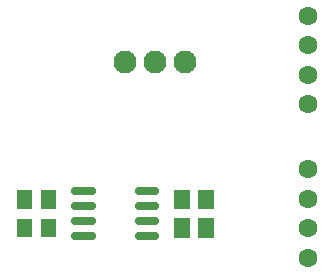
<source format=gts>
G04 Layer: TopSolderMaskLayer*
G04 EasyEDA v6.5.3, 2022-04-04 11:44:29*
G04 441a04c8791b4462941eed85b5e579c0,ea473c994f494bc6b3a27bf06e4933c6,10*
G04 Gerber Generator version 0.2*
G04 Scale: 100 percent, Rotated: No, Reflected: No *
G04 Dimensions in millimeters *
G04 leading zeros omitted , absolute positions ,4 integer and 5 decimal *
%FSLAX45Y45*%
%MOMM*%

%ADD33C,0.6700*%
%ADD34C,1.6016*%
%ADD35C,1.9515*%

%LPD*%
D33*
X2201415Y-2190495D02*
G01*
X2339596Y-2190495D01*
X2201415Y-2063495D02*
G01*
X2339596Y-2063495D01*
X2201415Y-1936495D02*
G01*
X2339596Y-1936495D01*
X2201415Y-1809495D02*
G01*
X2339596Y-1809495D01*
X1660395Y-2190495D02*
G01*
X1798576Y-2190495D01*
X1660395Y-2063495D02*
G01*
X1798576Y-2063495D01*
X1660395Y-1936495D02*
G01*
X1798576Y-1936495D01*
X1660395Y-1809495D02*
G01*
X1798576Y-1809495D01*
D34*
G01*
X3634993Y-324993D03*
G01*
X3634993Y-575005D03*
G01*
X3634993Y-824992D03*
G01*
X3634993Y-1075004D03*
D35*
G01*
X2590800Y-713409D03*
G01*
X2336800Y-713409D03*
G01*
X2082800Y-713409D03*
D34*
G01*
X3634993Y-1624990D03*
G01*
X3634993Y-1875002D03*
G01*
X3634993Y-2124989D03*
G01*
X3634993Y-2375001D03*
G36*
X2700527Y-2203450D02*
G01*
X2700527Y-2038350D01*
X2836672Y-2038350D01*
X2836672Y-2203450D01*
G37*
G36*
X2497327Y-2203450D02*
G01*
X2497327Y-2038350D01*
X2633472Y-2038350D01*
X2633472Y-2203450D01*
G37*
G36*
X2700527Y-1962150D02*
G01*
X2700527Y-1797050D01*
X2836672Y-1797050D01*
X2836672Y-1962150D01*
G37*
G36*
X2497327Y-1962150D02*
G01*
X2497327Y-1797050D01*
X2633472Y-1797050D01*
X2633472Y-1962150D01*
G37*
G36*
X1168907Y-2199386D02*
G01*
X1168907Y-2042413D01*
X1294892Y-2042413D01*
X1294892Y-2199386D01*
G37*
G36*
X1372107Y-2199386D02*
G01*
X1372107Y-2042413D01*
X1498092Y-2042413D01*
X1498092Y-2199386D01*
G37*
G36*
X1168907Y-1958086D02*
G01*
X1168907Y-1801113D01*
X1294892Y-1801113D01*
X1294892Y-1958086D01*
G37*
G36*
X1372107Y-1958086D02*
G01*
X1372107Y-1801113D01*
X1498092Y-1801113D01*
X1498092Y-1958086D01*
G37*
M02*

</source>
